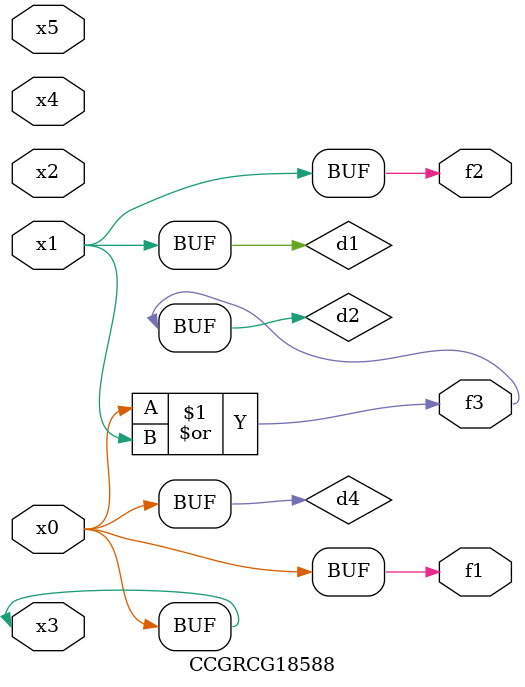
<source format=v>
module CCGRCG18588(
	input x0, x1, x2, x3, x4, x5,
	output f1, f2, f3
);

	wire d1, d2, d3, d4;

	and (d1, x1);
	or (d2, x0, x1);
	nand (d3, x0, x5);
	buf (d4, x0, x3);
	assign f1 = d4;
	assign f2 = d1;
	assign f3 = d2;
endmodule

</source>
